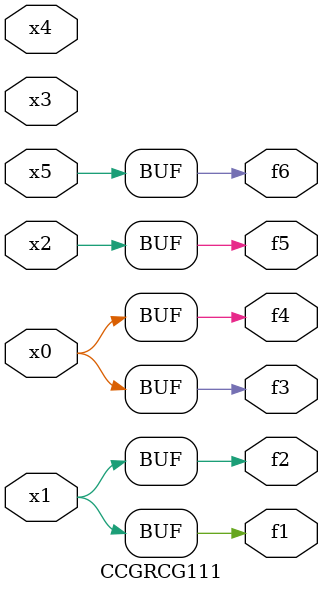
<source format=v>
module CCGRCG111(
	input x0, x1, x2, x3, x4, x5,
	output f1, f2, f3, f4, f5, f6
);
	assign f1 = x1;
	assign f2 = x1;
	assign f3 = x0;
	assign f4 = x0;
	assign f5 = x2;
	assign f6 = x5;
endmodule

</source>
